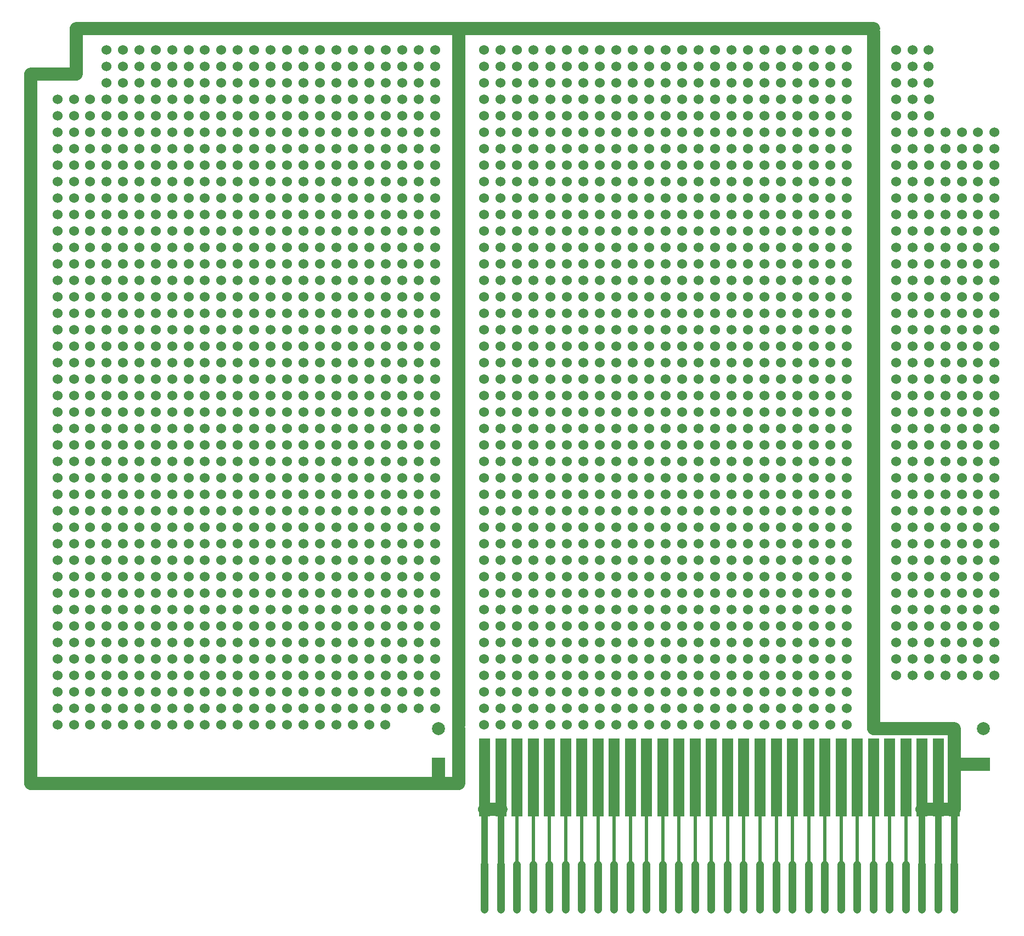
<source format=gbl>
G75*
%MOIN*%
%OFA0B0*%
%FSLAX25Y25*%
%IPPOS*%
%LPD*%
%AMOC8*
5,1,8,0,0,1.08239X$1,22.5*
%
%ADD10C,0.04724*%
%ADD11C,0.03937*%
%ADD12C,0.01969*%
%ADD13R,0.06693X0.47244*%
%ADD14C,0.07874*%
%ADD15R,0.07874X0.07874*%
%ADD16C,0.07874*%
%ADD17C,0.06000*%
D10*
X0294701Y0010906D02*
X0294701Y0038465D01*
X0304543Y0038465D02*
X0304543Y0010906D01*
X0314386Y0010906D02*
X0314386Y0038465D01*
X0324228Y0038465D02*
X0324228Y0010906D01*
X0334071Y0010906D02*
X0334071Y0038465D01*
X0343913Y0038465D02*
X0343913Y0010906D01*
X0353756Y0010906D02*
X0353756Y0038465D01*
X0363598Y0038465D02*
X0363598Y0010906D01*
X0373441Y0010906D02*
X0373441Y0038465D01*
X0383283Y0038465D02*
X0383283Y0010906D01*
X0393126Y0010906D02*
X0393126Y0038465D01*
X0402969Y0038465D02*
X0402969Y0010906D01*
X0412811Y0010906D02*
X0412811Y0038465D01*
X0422654Y0038465D02*
X0422654Y0010906D01*
X0432496Y0010906D02*
X0432496Y0038465D01*
X0442339Y0038465D02*
X0442339Y0010906D01*
X0452181Y0010906D02*
X0452181Y0038465D01*
X0462024Y0038465D02*
X0462024Y0010906D01*
X0471866Y0010906D02*
X0471866Y0038465D01*
X0481709Y0038465D02*
X0481709Y0010906D01*
X0491551Y0010906D02*
X0491551Y0038465D01*
X0501394Y0038465D02*
X0501394Y0010906D01*
X0511236Y0010906D02*
X0511236Y0038465D01*
X0521079Y0038465D02*
X0521079Y0010906D01*
X0530921Y0010906D02*
X0530921Y0038465D01*
X0540764Y0038465D02*
X0540764Y0010906D01*
X0550606Y0010906D02*
X0550606Y0038465D01*
X0560449Y0038465D02*
X0560449Y0010906D01*
X0570291Y0010906D02*
X0570291Y0038465D01*
X0580134Y0038465D02*
X0580134Y0010906D01*
D11*
X0580134Y0038465D02*
X0580134Y0068386D01*
X0570291Y0068386D02*
X0570291Y0038465D01*
X0560449Y0038465D02*
X0560449Y0069567D01*
X0304543Y0069173D02*
X0304543Y0038465D01*
X0294701Y0039252D02*
X0294701Y0069173D01*
D12*
X0314386Y0069567D02*
X0314386Y0039252D01*
X0324228Y0038465D02*
X0324228Y0069567D01*
X0334071Y0069567D02*
X0334071Y0038465D01*
X0343913Y0038858D02*
X0343913Y0069567D01*
X0353756Y0069567D02*
X0353756Y0039252D01*
X0363598Y0038465D02*
X0363598Y0069567D01*
X0373441Y0069567D02*
X0373441Y0039646D01*
X0383283Y0040039D02*
X0383283Y0069567D01*
X0393126Y0069567D02*
X0393126Y0038858D01*
X0402969Y0038465D02*
X0402969Y0069567D01*
X0412811Y0069567D02*
X0412811Y0038465D01*
X0422654Y0038465D02*
X0422654Y0069567D01*
X0432496Y0069567D02*
X0432496Y0038465D01*
X0442339Y0038465D02*
X0442339Y0069567D01*
X0452181Y0069567D02*
X0452181Y0038465D01*
X0462024Y0038465D02*
X0462024Y0069567D01*
X0471866Y0069567D02*
X0471866Y0038465D01*
X0481709Y0038465D02*
X0481709Y0069567D01*
X0491551Y0069567D02*
X0491551Y0038465D01*
X0501394Y0038858D02*
X0501394Y0069567D01*
X0511236Y0069567D02*
X0511236Y0038465D01*
X0521079Y0038858D02*
X0521079Y0069567D01*
X0530921Y0069567D02*
X0530921Y0038465D01*
X0540764Y0038465D02*
X0540764Y0069567D01*
X0550606Y0069567D02*
X0550606Y0038858D01*
D13*
X0550606Y0091220D03*
X0540764Y0091220D03*
X0530921Y0091220D03*
X0521079Y0091220D03*
X0511236Y0091220D03*
X0501394Y0091220D03*
X0491551Y0091220D03*
X0481709Y0091220D03*
X0471866Y0091220D03*
X0462024Y0091220D03*
X0452181Y0091220D03*
X0442339Y0091220D03*
X0432496Y0091220D03*
X0422654Y0091220D03*
X0412811Y0091220D03*
X0402969Y0091220D03*
X0393126Y0091220D03*
X0383283Y0091220D03*
X0373441Y0091220D03*
X0363598Y0091220D03*
X0353756Y0091220D03*
X0343913Y0091220D03*
X0334071Y0091220D03*
X0324228Y0091220D03*
X0314386Y0091220D03*
X0304543Y0091220D03*
X0294701Y0091220D03*
X0560449Y0091220D03*
X0570291Y0091220D03*
X0580134Y0091220D03*
D14*
X0266827Y0087677D02*
X0019110Y0087677D01*
X0019110Y0518780D01*
X0046669Y0518780D01*
X0046669Y0546339D01*
X0530921Y0546339D01*
X0530921Y0544370D02*
X0530921Y0121142D01*
X0580134Y0121142D01*
X0580134Y0099488D01*
X0597850Y0099488D01*
X0580134Y0099488D02*
X0580134Y0071929D01*
X0560449Y0071929D01*
X0304543Y0071929D02*
X0294701Y0071929D01*
X0278953Y0087677D02*
X0278953Y0121142D01*
X0278953Y0123110D02*
X0278953Y0546339D01*
X0266827Y0099488D02*
X0266827Y0087677D01*
X0267142Y0087677D02*
X0278953Y0087677D01*
D15*
X0266827Y0099488D03*
X0597850Y0099488D03*
D16*
X0597850Y0121142D03*
X0266827Y0121142D03*
D17*
X0264780Y0133228D03*
X0254780Y0133228D03*
X0254780Y0143228D03*
X0264780Y0143228D03*
X0264780Y0153228D03*
X0264780Y0163228D03*
X0254780Y0163228D03*
X0254780Y0153228D03*
X0244780Y0153228D03*
X0244780Y0163228D03*
X0244780Y0173228D03*
X0254780Y0173228D03*
X0264780Y0173228D03*
X0264780Y0183228D03*
X0254780Y0183228D03*
X0254780Y0193228D03*
X0264780Y0193228D03*
X0264780Y0203228D03*
X0254780Y0203228D03*
X0254780Y0213228D03*
X0264780Y0213228D03*
X0264780Y0223228D03*
X0254780Y0223228D03*
X0254780Y0233228D03*
X0264780Y0233228D03*
X0264780Y0243228D03*
X0264780Y0253228D03*
X0254780Y0253228D03*
X0254780Y0243228D03*
X0244780Y0243228D03*
X0244780Y0253228D03*
X0244780Y0263228D03*
X0254780Y0263228D03*
X0264780Y0263228D03*
X0264780Y0273228D03*
X0254780Y0273228D03*
X0254780Y0283228D03*
X0264780Y0283228D03*
X0264780Y0293228D03*
X0254780Y0293228D03*
X0254780Y0303228D03*
X0264780Y0303228D03*
X0264780Y0313228D03*
X0254780Y0313228D03*
X0254780Y0323228D03*
X0264780Y0323228D03*
X0264780Y0333228D03*
X0254780Y0333228D03*
X0254780Y0343228D03*
X0264780Y0343228D03*
X0264780Y0353228D03*
X0254780Y0353228D03*
X0254780Y0363228D03*
X0264780Y0363228D03*
X0264780Y0373228D03*
X0264780Y0383228D03*
X0254780Y0383228D03*
X0254780Y0373228D03*
X0244780Y0373228D03*
X0244780Y0383228D03*
X0244780Y0393228D03*
X0254780Y0393228D03*
X0264780Y0393228D03*
X0264780Y0403228D03*
X0254780Y0403228D03*
X0254780Y0413228D03*
X0264780Y0413228D03*
X0264780Y0423228D03*
X0254780Y0423228D03*
X0254780Y0433228D03*
X0264780Y0433228D03*
X0264780Y0443228D03*
X0254780Y0443228D03*
X0254780Y0453228D03*
X0264780Y0453228D03*
X0264780Y0463228D03*
X0254780Y0463228D03*
X0254780Y0473228D03*
X0264780Y0473228D03*
X0264780Y0483228D03*
X0254780Y0483228D03*
X0254780Y0493228D03*
X0264780Y0493228D03*
X0264780Y0503228D03*
X0254780Y0503228D03*
X0254780Y0513228D03*
X0264780Y0513228D03*
X0264780Y0523228D03*
X0254780Y0523228D03*
X0254780Y0533228D03*
X0264780Y0533228D03*
X0244780Y0533228D03*
X0244780Y0523228D03*
X0244780Y0513228D03*
X0244780Y0503228D03*
X0244780Y0493228D03*
X0244780Y0483228D03*
X0244780Y0473228D03*
X0244780Y0463228D03*
X0244780Y0453228D03*
X0244780Y0443228D03*
X0244780Y0433228D03*
X0244780Y0423228D03*
X0244780Y0413228D03*
X0244780Y0403228D03*
X0234780Y0403228D03*
X0224780Y0403228D03*
X0224780Y0393228D03*
X0234780Y0393228D03*
X0234780Y0383228D03*
X0234780Y0373228D03*
X0224780Y0373228D03*
X0224780Y0383228D03*
X0214780Y0383228D03*
X0214780Y0373228D03*
X0204780Y0373228D03*
X0204780Y0383228D03*
X0204780Y0393228D03*
X0214780Y0393228D03*
X0214780Y0403228D03*
X0204780Y0403228D03*
X0204780Y0413228D03*
X0214780Y0413228D03*
X0214780Y0423228D03*
X0204780Y0423228D03*
X0204780Y0433228D03*
X0214780Y0433228D03*
X0224780Y0433228D03*
X0234780Y0433228D03*
X0234780Y0423228D03*
X0234780Y0413228D03*
X0224780Y0413228D03*
X0224780Y0423228D03*
X0224780Y0443228D03*
X0234780Y0443228D03*
X0234780Y0453228D03*
X0234780Y0463228D03*
X0224780Y0463228D03*
X0224780Y0453228D03*
X0214780Y0453228D03*
X0214780Y0463228D03*
X0204780Y0463228D03*
X0204780Y0453228D03*
X0204780Y0443228D03*
X0214780Y0443228D03*
X0194780Y0443228D03*
X0194780Y0433228D03*
X0194780Y0423228D03*
X0194780Y0413228D03*
X0194780Y0403228D03*
X0194780Y0393228D03*
X0194780Y0383228D03*
X0194780Y0373228D03*
X0194780Y0363228D03*
X0204780Y0363228D03*
X0214780Y0363228D03*
X0224780Y0363228D03*
X0234780Y0363228D03*
X0244780Y0363228D03*
X0244780Y0353228D03*
X0244780Y0343228D03*
X0244780Y0333228D03*
X0244780Y0323228D03*
X0244780Y0313228D03*
X0244780Y0303228D03*
X0244780Y0293228D03*
X0244780Y0283228D03*
X0244780Y0273228D03*
X0234780Y0273228D03*
X0224780Y0273228D03*
X0224780Y0263228D03*
X0234780Y0263228D03*
X0234780Y0253228D03*
X0234780Y0243228D03*
X0224780Y0243228D03*
X0224780Y0253228D03*
X0214780Y0253228D03*
X0214780Y0243228D03*
X0204780Y0243228D03*
X0204780Y0253228D03*
X0204780Y0263228D03*
X0214780Y0263228D03*
X0214780Y0273228D03*
X0204780Y0273228D03*
X0204780Y0283228D03*
X0214780Y0283228D03*
X0214780Y0293228D03*
X0204780Y0293228D03*
X0204780Y0303228D03*
X0214780Y0303228D03*
X0224780Y0303228D03*
X0234780Y0303228D03*
X0234780Y0293228D03*
X0234780Y0283228D03*
X0224780Y0283228D03*
X0224780Y0293228D03*
X0224780Y0313228D03*
X0234780Y0313228D03*
X0234780Y0323228D03*
X0234780Y0333228D03*
X0224780Y0333228D03*
X0224780Y0323228D03*
X0214780Y0323228D03*
X0214780Y0333228D03*
X0204780Y0333228D03*
X0204780Y0323228D03*
X0204780Y0313228D03*
X0214780Y0313228D03*
X0194780Y0313228D03*
X0194780Y0303228D03*
X0194780Y0293228D03*
X0194780Y0283228D03*
X0194780Y0273228D03*
X0194780Y0263228D03*
X0194780Y0253228D03*
X0194780Y0243228D03*
X0194780Y0233228D03*
X0204780Y0233228D03*
X0214780Y0233228D03*
X0224780Y0233228D03*
X0234780Y0233228D03*
X0244780Y0233228D03*
X0244780Y0223228D03*
X0244780Y0213228D03*
X0244780Y0203228D03*
X0244780Y0193228D03*
X0244780Y0183228D03*
X0234780Y0183228D03*
X0224780Y0183228D03*
X0224780Y0173228D03*
X0234780Y0173228D03*
X0234780Y0163228D03*
X0234780Y0153228D03*
X0224780Y0153228D03*
X0224780Y0163228D03*
X0214780Y0163228D03*
X0214780Y0153228D03*
X0204780Y0153228D03*
X0204780Y0163228D03*
X0204780Y0173228D03*
X0214780Y0173228D03*
X0214780Y0183228D03*
X0204780Y0183228D03*
X0204780Y0193228D03*
X0214780Y0193228D03*
X0214780Y0203228D03*
X0204780Y0203228D03*
X0204780Y0213228D03*
X0214780Y0213228D03*
X0224780Y0213228D03*
X0234780Y0213228D03*
X0234780Y0203228D03*
X0234780Y0193228D03*
X0224780Y0193228D03*
X0224780Y0203228D03*
X0224780Y0223228D03*
X0234780Y0223228D03*
X0214780Y0223228D03*
X0204780Y0223228D03*
X0194780Y0223228D03*
X0194780Y0213228D03*
X0194780Y0203228D03*
X0194780Y0193228D03*
X0194780Y0183228D03*
X0194780Y0173228D03*
X0194780Y0163228D03*
X0194780Y0153228D03*
X0194780Y0143228D03*
X0204780Y0143228D03*
X0214780Y0143228D03*
X0224780Y0143228D03*
X0234780Y0143228D03*
X0244780Y0143228D03*
X0244780Y0133228D03*
X0234780Y0133228D03*
X0224780Y0133228D03*
X0214780Y0133228D03*
X0204780Y0133228D03*
X0204780Y0123228D03*
X0214780Y0123228D03*
X0224622Y0123228D03*
X0234465Y0123228D03*
X0194780Y0123228D03*
X0194780Y0133228D03*
X0184780Y0133228D03*
X0174780Y0133228D03*
X0174780Y0123228D03*
X0184780Y0123228D03*
X0164780Y0123228D03*
X0154780Y0123228D03*
X0154780Y0133228D03*
X0164780Y0133228D03*
X0164780Y0143228D03*
X0154780Y0143228D03*
X0154780Y0153228D03*
X0164780Y0153228D03*
X0164780Y0163228D03*
X0154780Y0163228D03*
X0154780Y0173228D03*
X0164780Y0173228D03*
X0174780Y0173228D03*
X0184780Y0173228D03*
X0184780Y0163228D03*
X0184780Y0153228D03*
X0174780Y0153228D03*
X0174780Y0163228D03*
X0174780Y0143228D03*
X0184780Y0143228D03*
X0144780Y0143228D03*
X0144780Y0133228D03*
X0144780Y0123228D03*
X0134780Y0123228D03*
X0124780Y0123228D03*
X0114898Y0123228D03*
X0114898Y0133228D03*
X0124780Y0133228D03*
X0134780Y0133228D03*
X0134780Y0143228D03*
X0124780Y0143228D03*
X0114898Y0143228D03*
X0114898Y0153228D03*
X0114898Y0163228D03*
X0124780Y0163228D03*
X0134780Y0163228D03*
X0134780Y0153228D03*
X0124780Y0153228D03*
X0144780Y0153228D03*
X0144780Y0163228D03*
X0144780Y0173228D03*
X0144780Y0183228D03*
X0154780Y0183228D03*
X0164780Y0183228D03*
X0174780Y0183228D03*
X0184780Y0183228D03*
X0184780Y0193228D03*
X0184780Y0203228D03*
X0174780Y0203228D03*
X0174780Y0193228D03*
X0164780Y0193228D03*
X0164780Y0203228D03*
X0154780Y0203228D03*
X0154780Y0193228D03*
X0144780Y0193228D03*
X0144780Y0203228D03*
X0144780Y0213228D03*
X0154780Y0213228D03*
X0164780Y0213228D03*
X0174780Y0213228D03*
X0184780Y0213228D03*
X0184780Y0223228D03*
X0174780Y0223228D03*
X0174780Y0233228D03*
X0184780Y0233228D03*
X0184780Y0243228D03*
X0184780Y0253228D03*
X0174780Y0253228D03*
X0174780Y0243228D03*
X0164780Y0243228D03*
X0164780Y0253228D03*
X0154780Y0253228D03*
X0154780Y0243228D03*
X0154780Y0233228D03*
X0164780Y0233228D03*
X0164780Y0223228D03*
X0154780Y0223228D03*
X0144780Y0223228D03*
X0144780Y0233228D03*
X0144780Y0243228D03*
X0144780Y0253228D03*
X0144780Y0263228D03*
X0154780Y0263228D03*
X0164780Y0263228D03*
X0174780Y0263228D03*
X0184780Y0263228D03*
X0184780Y0273228D03*
X0174780Y0273228D03*
X0174780Y0283228D03*
X0184780Y0283228D03*
X0184780Y0293228D03*
X0174780Y0293228D03*
X0174780Y0303228D03*
X0184780Y0303228D03*
X0184780Y0313228D03*
X0174780Y0313228D03*
X0174780Y0323228D03*
X0184780Y0323228D03*
X0184780Y0333228D03*
X0174780Y0333228D03*
X0174780Y0343228D03*
X0184780Y0343228D03*
X0194780Y0343228D03*
X0204780Y0343228D03*
X0214780Y0343228D03*
X0224780Y0343228D03*
X0234780Y0343228D03*
X0234780Y0353228D03*
X0224780Y0353228D03*
X0214780Y0353228D03*
X0204780Y0353228D03*
X0194780Y0353228D03*
X0184780Y0353228D03*
X0174780Y0353228D03*
X0174780Y0363228D03*
X0184780Y0363228D03*
X0184780Y0373228D03*
X0184780Y0383228D03*
X0174780Y0383228D03*
X0174780Y0373228D03*
X0164780Y0373228D03*
X0164780Y0383228D03*
X0154780Y0383228D03*
X0154780Y0373228D03*
X0154780Y0363228D03*
X0164780Y0363228D03*
X0164780Y0353228D03*
X0154780Y0353228D03*
X0154780Y0343228D03*
X0164780Y0343228D03*
X0164780Y0333228D03*
X0164780Y0323228D03*
X0154780Y0323228D03*
X0154780Y0333228D03*
X0144780Y0333228D03*
X0144780Y0323228D03*
X0144780Y0313228D03*
X0154780Y0313228D03*
X0164780Y0313228D03*
X0164780Y0303228D03*
X0154780Y0303228D03*
X0154780Y0293228D03*
X0164780Y0293228D03*
X0164780Y0283228D03*
X0154780Y0283228D03*
X0154780Y0273228D03*
X0164780Y0273228D03*
X0144780Y0273228D03*
X0144780Y0283228D03*
X0144780Y0293228D03*
X0144780Y0303228D03*
X0134780Y0303228D03*
X0124780Y0303228D03*
X0114898Y0303228D03*
X0114898Y0293228D03*
X0114898Y0283228D03*
X0124780Y0283228D03*
X0134780Y0283228D03*
X0134780Y0293228D03*
X0124780Y0293228D03*
X0124780Y0273228D03*
X0134780Y0273228D03*
X0134780Y0263228D03*
X0124780Y0263228D03*
X0114898Y0263228D03*
X0114898Y0253228D03*
X0114898Y0243228D03*
X0124780Y0243228D03*
X0134780Y0243228D03*
X0134780Y0253228D03*
X0124780Y0253228D03*
X0124780Y0233228D03*
X0134780Y0233228D03*
X0134780Y0223228D03*
X0124780Y0223228D03*
X0114898Y0223228D03*
X0114898Y0213228D03*
X0124780Y0213228D03*
X0134780Y0213228D03*
X0134780Y0203228D03*
X0134780Y0193228D03*
X0124780Y0193228D03*
X0124780Y0203228D03*
X0114898Y0203228D03*
X0114898Y0193228D03*
X0114898Y0183228D03*
X0124780Y0183228D03*
X0134780Y0183228D03*
X0134780Y0173228D03*
X0124780Y0173228D03*
X0114898Y0173228D03*
X0104898Y0173228D03*
X0094898Y0173228D03*
X0094898Y0163228D03*
X0104898Y0163228D03*
X0104898Y0153228D03*
X0094898Y0153228D03*
X0094898Y0143228D03*
X0104898Y0143228D03*
X0104898Y0133228D03*
X0094898Y0133228D03*
X0094898Y0123228D03*
X0104898Y0123228D03*
X0084898Y0123228D03*
X0074898Y0123228D03*
X0074898Y0133228D03*
X0084898Y0133228D03*
X0084898Y0143228D03*
X0074898Y0143228D03*
X0074898Y0153228D03*
X0084898Y0153228D03*
X0084898Y0163228D03*
X0074898Y0163228D03*
X0074898Y0173228D03*
X0084898Y0173228D03*
X0084898Y0183228D03*
X0074898Y0183228D03*
X0074898Y0193228D03*
X0084898Y0193228D03*
X0084898Y0203228D03*
X0074898Y0203228D03*
X0074898Y0213228D03*
X0084898Y0213228D03*
X0094898Y0213228D03*
X0104898Y0213228D03*
X0104898Y0203228D03*
X0104898Y0193228D03*
X0094898Y0193228D03*
X0094898Y0203228D03*
X0094898Y0183228D03*
X0104898Y0183228D03*
X0064898Y0183228D03*
X0064898Y0173228D03*
X0064898Y0163228D03*
X0064898Y0153228D03*
X0064898Y0143228D03*
X0064898Y0133228D03*
X0064898Y0123228D03*
X0054898Y0123228D03*
X0045213Y0123228D03*
X0045213Y0133228D03*
X0054898Y0133228D03*
X0054898Y0143228D03*
X0045213Y0143228D03*
X0045213Y0153228D03*
X0054898Y0153228D03*
X0054898Y0163228D03*
X0045213Y0163228D03*
X0045213Y0173228D03*
X0054898Y0173228D03*
X0054898Y0183228D03*
X0045213Y0183228D03*
X0045213Y0193228D03*
X0054898Y0193228D03*
X0054898Y0203228D03*
X0045213Y0203228D03*
X0045213Y0213228D03*
X0054898Y0213228D03*
X0064898Y0213228D03*
X0064898Y0203228D03*
X0064898Y0193228D03*
X0035213Y0193228D03*
X0035213Y0203228D03*
X0035213Y0213228D03*
X0035213Y0223228D03*
X0045213Y0223228D03*
X0054898Y0223228D03*
X0064898Y0223228D03*
X0074898Y0223228D03*
X0084898Y0223228D03*
X0094898Y0223228D03*
X0104898Y0223228D03*
X0104898Y0233228D03*
X0094898Y0233228D03*
X0094898Y0243228D03*
X0104898Y0243228D03*
X0104898Y0253228D03*
X0094898Y0253228D03*
X0094898Y0263228D03*
X0104898Y0263228D03*
X0104898Y0273228D03*
X0094898Y0273228D03*
X0094898Y0283228D03*
X0104898Y0283228D03*
X0104898Y0293228D03*
X0094898Y0293228D03*
X0094898Y0303228D03*
X0104898Y0303228D03*
X0104898Y0313228D03*
X0094898Y0313228D03*
X0094898Y0323228D03*
X0104898Y0323228D03*
X0104898Y0333228D03*
X0094898Y0333228D03*
X0094898Y0343228D03*
X0104898Y0343228D03*
X0114898Y0343228D03*
X0124780Y0343228D03*
X0134780Y0343228D03*
X0144780Y0343228D03*
X0144780Y0353228D03*
X0144780Y0363228D03*
X0144780Y0373228D03*
X0144780Y0383228D03*
X0144780Y0393228D03*
X0154780Y0393228D03*
X0164780Y0393228D03*
X0174780Y0393228D03*
X0184780Y0393228D03*
X0184780Y0403228D03*
X0174780Y0403228D03*
X0174780Y0413228D03*
X0184780Y0413228D03*
X0184780Y0423228D03*
X0174780Y0423228D03*
X0174780Y0433228D03*
X0184780Y0433228D03*
X0184780Y0443228D03*
X0174780Y0443228D03*
X0174780Y0453228D03*
X0184780Y0453228D03*
X0184780Y0463228D03*
X0174780Y0463228D03*
X0174780Y0473228D03*
X0184780Y0473228D03*
X0194780Y0473228D03*
X0204780Y0473228D03*
X0214780Y0473228D03*
X0224780Y0473228D03*
X0234780Y0473228D03*
X0234780Y0483228D03*
X0224780Y0483228D03*
X0224780Y0493228D03*
X0234780Y0493228D03*
X0234780Y0503228D03*
X0224780Y0503228D03*
X0224780Y0513228D03*
X0234780Y0513228D03*
X0234780Y0523228D03*
X0224780Y0523228D03*
X0224780Y0533228D03*
X0234780Y0533228D03*
X0214780Y0533228D03*
X0204780Y0533228D03*
X0204780Y0523228D03*
X0214780Y0523228D03*
X0214780Y0513228D03*
X0204780Y0513228D03*
X0204780Y0503228D03*
X0214780Y0503228D03*
X0214780Y0493228D03*
X0204780Y0493228D03*
X0204780Y0483228D03*
X0214780Y0483228D03*
X0194780Y0483228D03*
X0194780Y0493228D03*
X0194780Y0503228D03*
X0194780Y0513228D03*
X0194780Y0523228D03*
X0194780Y0533228D03*
X0184780Y0533228D03*
X0174780Y0533228D03*
X0174780Y0523228D03*
X0184780Y0523228D03*
X0184780Y0513228D03*
X0174780Y0513228D03*
X0174780Y0503228D03*
X0184780Y0503228D03*
X0184780Y0493228D03*
X0174780Y0493228D03*
X0174780Y0483228D03*
X0184780Y0483228D03*
X0164780Y0483228D03*
X0154780Y0483228D03*
X0154780Y0473228D03*
X0164780Y0473228D03*
X0164780Y0463228D03*
X0164780Y0453228D03*
X0154780Y0453228D03*
X0154780Y0463228D03*
X0144780Y0463228D03*
X0144780Y0453228D03*
X0144780Y0443228D03*
X0154780Y0443228D03*
X0164780Y0443228D03*
X0164780Y0433228D03*
X0154780Y0433228D03*
X0154780Y0423228D03*
X0164780Y0423228D03*
X0164780Y0413228D03*
X0154780Y0413228D03*
X0154780Y0403228D03*
X0164780Y0403228D03*
X0144780Y0403228D03*
X0144780Y0413228D03*
X0144780Y0423228D03*
X0144780Y0433228D03*
X0134780Y0433228D03*
X0124780Y0433228D03*
X0114898Y0433228D03*
X0114898Y0423228D03*
X0114898Y0413228D03*
X0124780Y0413228D03*
X0134780Y0413228D03*
X0134780Y0423228D03*
X0124780Y0423228D03*
X0124780Y0403228D03*
X0134780Y0403228D03*
X0134780Y0393228D03*
X0124780Y0393228D03*
X0114898Y0393228D03*
X0114898Y0383228D03*
X0114898Y0373228D03*
X0124780Y0373228D03*
X0134780Y0373228D03*
X0134780Y0383228D03*
X0124780Y0383228D03*
X0124780Y0363228D03*
X0134780Y0363228D03*
X0134780Y0353228D03*
X0124780Y0353228D03*
X0114898Y0353228D03*
X0114898Y0363228D03*
X0104898Y0363228D03*
X0094898Y0363228D03*
X0094898Y0353228D03*
X0104898Y0353228D03*
X0084898Y0353228D03*
X0074898Y0353228D03*
X0074898Y0343228D03*
X0084898Y0343228D03*
X0084898Y0333228D03*
X0084898Y0323228D03*
X0074898Y0323228D03*
X0074898Y0333228D03*
X0064898Y0333228D03*
X0064898Y0323228D03*
X0064898Y0313228D03*
X0074898Y0313228D03*
X0084898Y0313228D03*
X0084898Y0303228D03*
X0074898Y0303228D03*
X0074898Y0293228D03*
X0084898Y0293228D03*
X0084898Y0283228D03*
X0074898Y0283228D03*
X0074898Y0273228D03*
X0084898Y0273228D03*
X0084898Y0263228D03*
X0074898Y0263228D03*
X0074898Y0253228D03*
X0084898Y0253228D03*
X0084898Y0243228D03*
X0074898Y0243228D03*
X0074898Y0233228D03*
X0084898Y0233228D03*
X0064898Y0233228D03*
X0064898Y0243228D03*
X0064898Y0253228D03*
X0064898Y0263228D03*
X0064898Y0273228D03*
X0064898Y0283228D03*
X0064898Y0293228D03*
X0064898Y0303228D03*
X0054898Y0303228D03*
X0045213Y0303228D03*
X0045213Y0293228D03*
X0054898Y0293228D03*
X0054898Y0283228D03*
X0045213Y0283228D03*
X0045213Y0273228D03*
X0054898Y0273228D03*
X0054898Y0263228D03*
X0045213Y0263228D03*
X0045213Y0253228D03*
X0054898Y0253228D03*
X0054898Y0243228D03*
X0045213Y0243228D03*
X0045213Y0233228D03*
X0054898Y0233228D03*
X0035213Y0233228D03*
X0035213Y0243228D03*
X0035213Y0253228D03*
X0035213Y0263228D03*
X0035213Y0273228D03*
X0035213Y0283228D03*
X0035213Y0293228D03*
X0035213Y0303228D03*
X0035213Y0313228D03*
X0045213Y0313228D03*
X0054898Y0313228D03*
X0054898Y0323228D03*
X0045213Y0323228D03*
X0045213Y0333228D03*
X0054898Y0333228D03*
X0054898Y0343228D03*
X0045213Y0343228D03*
X0045213Y0353228D03*
X0054898Y0353228D03*
X0064898Y0353228D03*
X0064898Y0343228D03*
X0064898Y0363228D03*
X0074898Y0363228D03*
X0084898Y0363228D03*
X0084898Y0373228D03*
X0084898Y0383228D03*
X0074898Y0383228D03*
X0074898Y0373228D03*
X0064898Y0373228D03*
X0064898Y0383228D03*
X0064898Y0393228D03*
X0074898Y0393228D03*
X0084898Y0393228D03*
X0094898Y0393228D03*
X0104898Y0393228D03*
X0104898Y0383228D03*
X0104898Y0373228D03*
X0094898Y0373228D03*
X0094898Y0383228D03*
X0094898Y0403228D03*
X0104898Y0403228D03*
X0114898Y0403228D03*
X0104898Y0413228D03*
X0104898Y0423228D03*
X0094898Y0423228D03*
X0094898Y0413228D03*
X0084898Y0413228D03*
X0084898Y0423228D03*
X0074898Y0423228D03*
X0074898Y0413228D03*
X0074898Y0403228D03*
X0084898Y0403228D03*
X0064898Y0403228D03*
X0064898Y0413228D03*
X0064898Y0423228D03*
X0064898Y0433228D03*
X0074898Y0433228D03*
X0084898Y0433228D03*
X0094898Y0433228D03*
X0104898Y0433228D03*
X0104898Y0443228D03*
X0094898Y0443228D03*
X0094898Y0453228D03*
X0104898Y0453228D03*
X0104898Y0463228D03*
X0094898Y0463228D03*
X0094898Y0473228D03*
X0104898Y0473228D03*
X0114898Y0473228D03*
X0124780Y0473228D03*
X0134780Y0473228D03*
X0144780Y0473228D03*
X0144780Y0483228D03*
X0144780Y0493228D03*
X0144780Y0503228D03*
X0154780Y0503228D03*
X0164780Y0503228D03*
X0164780Y0493228D03*
X0154780Y0493228D03*
X0154780Y0513228D03*
X0164780Y0513228D03*
X0164780Y0523228D03*
X0154780Y0523228D03*
X0154780Y0533228D03*
X0164780Y0533228D03*
X0144780Y0533228D03*
X0144780Y0523228D03*
X0144780Y0513228D03*
X0134780Y0513228D03*
X0124780Y0513228D03*
X0114898Y0513228D03*
X0114898Y0503228D03*
X0114898Y0493228D03*
X0124780Y0493228D03*
X0134780Y0493228D03*
X0134780Y0503228D03*
X0124780Y0503228D03*
X0124780Y0483228D03*
X0134780Y0483228D03*
X0114898Y0483228D03*
X0104898Y0483228D03*
X0094898Y0483228D03*
X0094898Y0493228D03*
X0104898Y0493228D03*
X0104898Y0503228D03*
X0094898Y0503228D03*
X0094898Y0513228D03*
X0104898Y0513228D03*
X0104898Y0523228D03*
X0094898Y0523228D03*
X0094898Y0533228D03*
X0104898Y0533228D03*
X0114898Y0533228D03*
X0124780Y0533228D03*
X0134780Y0533228D03*
X0134780Y0523228D03*
X0124780Y0523228D03*
X0114898Y0523228D03*
X0084898Y0523228D03*
X0074898Y0523228D03*
X0074898Y0513228D03*
X0084898Y0513228D03*
X0084898Y0503228D03*
X0084898Y0493228D03*
X0074898Y0493228D03*
X0074898Y0503228D03*
X0064898Y0503228D03*
X0064898Y0493228D03*
X0064898Y0483228D03*
X0074898Y0483228D03*
X0084898Y0483228D03*
X0084898Y0473228D03*
X0074898Y0473228D03*
X0074898Y0463228D03*
X0084898Y0463228D03*
X0084898Y0453228D03*
X0074898Y0453228D03*
X0074898Y0443228D03*
X0084898Y0443228D03*
X0064898Y0443228D03*
X0064898Y0453228D03*
X0064898Y0463228D03*
X0064898Y0473228D03*
X0054898Y0473228D03*
X0045213Y0473228D03*
X0045213Y0463228D03*
X0054898Y0463228D03*
X0054898Y0453228D03*
X0045213Y0453228D03*
X0045213Y0443228D03*
X0054898Y0443228D03*
X0054898Y0433228D03*
X0045213Y0433228D03*
X0045213Y0423228D03*
X0054898Y0423228D03*
X0054898Y0413228D03*
X0045213Y0413228D03*
X0045213Y0403228D03*
X0054898Y0403228D03*
X0054898Y0393228D03*
X0045213Y0393228D03*
X0045213Y0383228D03*
X0054898Y0383228D03*
X0054898Y0373228D03*
X0045213Y0373228D03*
X0045213Y0363228D03*
X0054898Y0363228D03*
X0035213Y0363228D03*
X0035213Y0353228D03*
X0035213Y0343228D03*
X0035213Y0333228D03*
X0035213Y0323228D03*
X0035213Y0373228D03*
X0035213Y0383228D03*
X0035213Y0393228D03*
X0035213Y0403228D03*
X0035213Y0413228D03*
X0035213Y0423228D03*
X0035213Y0433228D03*
X0035213Y0443228D03*
X0035213Y0453228D03*
X0035213Y0463228D03*
X0035213Y0473228D03*
X0035213Y0483228D03*
X0045213Y0483228D03*
X0054898Y0483228D03*
X0054898Y0493228D03*
X0045213Y0493228D03*
X0045213Y0503228D03*
X0054898Y0503228D03*
X0064898Y0513228D03*
X0064898Y0523228D03*
X0064898Y0533228D03*
X0074898Y0533228D03*
X0084898Y0533228D03*
X0035213Y0503228D03*
X0035213Y0493228D03*
X0114898Y0463228D03*
X0114898Y0453228D03*
X0124780Y0453228D03*
X0134780Y0453228D03*
X0134780Y0463228D03*
X0124780Y0463228D03*
X0124780Y0443228D03*
X0134780Y0443228D03*
X0114898Y0443228D03*
X0194780Y0453228D03*
X0194780Y0463228D03*
X0294425Y0463228D03*
X0294425Y0453228D03*
X0294425Y0443228D03*
X0294425Y0433228D03*
X0294425Y0423228D03*
X0294425Y0413228D03*
X0294425Y0403228D03*
X0294425Y0393228D03*
X0294425Y0383228D03*
X0294425Y0373228D03*
X0294425Y0363228D03*
X0294425Y0353228D03*
X0294425Y0343228D03*
X0294425Y0333228D03*
X0294425Y0323228D03*
X0294425Y0313228D03*
X0294425Y0303228D03*
X0294425Y0293228D03*
X0294425Y0283228D03*
X0294425Y0273228D03*
X0294425Y0263228D03*
X0294425Y0253228D03*
X0294425Y0243228D03*
X0294425Y0233228D03*
X0294425Y0223228D03*
X0294425Y0213228D03*
X0294425Y0203228D03*
X0294425Y0193228D03*
X0294425Y0183228D03*
X0294425Y0173228D03*
X0294425Y0163228D03*
X0294425Y0153228D03*
X0294425Y0143228D03*
X0294425Y0133228D03*
X0294425Y0123386D03*
X0304425Y0123386D03*
X0314425Y0123386D03*
X0314425Y0133228D03*
X0304425Y0133228D03*
X0304425Y0143228D03*
X0314425Y0143228D03*
X0324425Y0143228D03*
X0324425Y0133228D03*
X0324425Y0123386D03*
X0334780Y0123386D03*
X0344780Y0123386D03*
X0344780Y0133228D03*
X0334780Y0133228D03*
X0334780Y0143228D03*
X0344780Y0143228D03*
X0354780Y0143228D03*
X0364780Y0143228D03*
X0374780Y0143228D03*
X0384780Y0143228D03*
X0394780Y0143228D03*
X0404780Y0143228D03*
X0414780Y0143228D03*
X0424780Y0143228D03*
X0434780Y0143228D03*
X0444780Y0143228D03*
X0454780Y0143228D03*
X0464780Y0143228D03*
X0474780Y0143228D03*
X0484780Y0143228D03*
X0494780Y0143228D03*
X0504780Y0143228D03*
X0514780Y0143228D03*
X0514780Y0133228D03*
X0514780Y0123386D03*
X0504780Y0123386D03*
X0504780Y0133228D03*
X0494780Y0133228D03*
X0484780Y0133228D03*
X0484780Y0123386D03*
X0494780Y0123386D03*
X0474780Y0123386D03*
X0464780Y0123386D03*
X0464780Y0133228D03*
X0474780Y0133228D03*
X0454780Y0133228D03*
X0454780Y0123386D03*
X0444780Y0123386D03*
X0434780Y0123386D03*
X0434780Y0133228D03*
X0444780Y0133228D03*
X0424780Y0133228D03*
X0414780Y0133228D03*
X0414780Y0123386D03*
X0424780Y0123386D03*
X0404780Y0123386D03*
X0404780Y0133228D03*
X0394780Y0133228D03*
X0384780Y0133228D03*
X0384780Y0123386D03*
X0394780Y0123386D03*
X0374780Y0123386D03*
X0374780Y0133228D03*
X0364780Y0133228D03*
X0354780Y0133228D03*
X0354780Y0123386D03*
X0364780Y0123386D03*
X0364780Y0153228D03*
X0364780Y0163228D03*
X0354780Y0163228D03*
X0354780Y0153228D03*
X0344780Y0153228D03*
X0344780Y0163228D03*
X0334780Y0163228D03*
X0334780Y0153228D03*
X0324425Y0153228D03*
X0324425Y0163228D03*
X0314425Y0163228D03*
X0314425Y0153228D03*
X0304425Y0153228D03*
X0304425Y0163228D03*
X0304425Y0173228D03*
X0314425Y0173228D03*
X0324425Y0173228D03*
X0324425Y0183228D03*
X0314425Y0183228D03*
X0304425Y0183228D03*
X0304425Y0193228D03*
X0314425Y0193228D03*
X0314425Y0203228D03*
X0304425Y0203228D03*
X0304425Y0213228D03*
X0314425Y0213228D03*
X0324425Y0213228D03*
X0324425Y0203228D03*
X0324425Y0193228D03*
X0334780Y0193228D03*
X0344780Y0193228D03*
X0344780Y0203228D03*
X0334780Y0203228D03*
X0334780Y0213228D03*
X0344780Y0213228D03*
X0354780Y0213228D03*
X0364780Y0213228D03*
X0374780Y0213228D03*
X0384780Y0213228D03*
X0394780Y0213228D03*
X0404780Y0213228D03*
X0414780Y0213228D03*
X0424780Y0213228D03*
X0434780Y0213228D03*
X0444780Y0213228D03*
X0454780Y0213228D03*
X0464780Y0213228D03*
X0474780Y0213228D03*
X0484780Y0213228D03*
X0494780Y0213228D03*
X0504780Y0213228D03*
X0514780Y0213228D03*
X0514780Y0203228D03*
X0514780Y0193228D03*
X0514780Y0183228D03*
X0514780Y0173228D03*
X0514780Y0163228D03*
X0514780Y0153228D03*
X0504780Y0153228D03*
X0504780Y0163228D03*
X0504780Y0173228D03*
X0504780Y0183228D03*
X0504780Y0193228D03*
X0504780Y0203228D03*
X0494780Y0203228D03*
X0494780Y0193228D03*
X0484780Y0193228D03*
X0484780Y0203228D03*
X0474780Y0203228D03*
X0474780Y0193228D03*
X0464780Y0193228D03*
X0464780Y0203228D03*
X0454780Y0203228D03*
X0454780Y0193228D03*
X0454780Y0183228D03*
X0464780Y0183228D03*
X0474780Y0183228D03*
X0484780Y0183228D03*
X0494780Y0183228D03*
X0494780Y0173228D03*
X0484780Y0173228D03*
X0484780Y0163228D03*
X0494780Y0163228D03*
X0494780Y0153228D03*
X0484780Y0153228D03*
X0474780Y0153228D03*
X0474780Y0163228D03*
X0464780Y0163228D03*
X0464780Y0153228D03*
X0454780Y0153228D03*
X0454780Y0163228D03*
X0454780Y0173228D03*
X0464780Y0173228D03*
X0474780Y0173228D03*
X0444780Y0173228D03*
X0434780Y0173228D03*
X0434780Y0163228D03*
X0444780Y0163228D03*
X0444780Y0153228D03*
X0434780Y0153228D03*
X0424780Y0153228D03*
X0424780Y0163228D03*
X0414780Y0163228D03*
X0414780Y0153228D03*
X0404780Y0153228D03*
X0404780Y0163228D03*
X0404780Y0173228D03*
X0414780Y0173228D03*
X0424780Y0173228D03*
X0424780Y0183228D03*
X0414780Y0183228D03*
X0414780Y0193228D03*
X0424780Y0193228D03*
X0424780Y0203228D03*
X0414780Y0203228D03*
X0404780Y0203228D03*
X0404780Y0193228D03*
X0404780Y0183228D03*
X0394780Y0183228D03*
X0384780Y0183228D03*
X0384780Y0173228D03*
X0394780Y0173228D03*
X0394780Y0163228D03*
X0394780Y0153228D03*
X0384780Y0153228D03*
X0384780Y0163228D03*
X0374780Y0163228D03*
X0374780Y0153228D03*
X0374780Y0173228D03*
X0374780Y0183228D03*
X0374780Y0193228D03*
X0374780Y0203228D03*
X0384780Y0203228D03*
X0394780Y0203228D03*
X0394780Y0193228D03*
X0384780Y0193228D03*
X0364780Y0193228D03*
X0364780Y0203228D03*
X0354780Y0203228D03*
X0354780Y0193228D03*
X0354780Y0183228D03*
X0364780Y0183228D03*
X0364780Y0173228D03*
X0354780Y0173228D03*
X0344780Y0173228D03*
X0334780Y0173228D03*
X0334780Y0183228D03*
X0344780Y0183228D03*
X0344780Y0223228D03*
X0334780Y0223228D03*
X0334780Y0233228D03*
X0344780Y0233228D03*
X0354780Y0233228D03*
X0364780Y0233228D03*
X0374780Y0233228D03*
X0384780Y0233228D03*
X0394780Y0233228D03*
X0404780Y0233228D03*
X0414780Y0233228D03*
X0424780Y0233228D03*
X0434780Y0233228D03*
X0444780Y0233228D03*
X0454780Y0233228D03*
X0464780Y0233228D03*
X0474780Y0233228D03*
X0484780Y0233228D03*
X0494780Y0233228D03*
X0504780Y0233228D03*
X0514780Y0233228D03*
X0514780Y0223228D03*
X0504780Y0223228D03*
X0494780Y0223228D03*
X0484780Y0223228D03*
X0474780Y0223228D03*
X0464780Y0223228D03*
X0454780Y0223228D03*
X0444780Y0223228D03*
X0434780Y0223228D03*
X0424780Y0223228D03*
X0414780Y0223228D03*
X0404780Y0223228D03*
X0394780Y0223228D03*
X0384780Y0223228D03*
X0374780Y0223228D03*
X0364780Y0223228D03*
X0354780Y0223228D03*
X0354780Y0243228D03*
X0364780Y0243228D03*
X0364780Y0253228D03*
X0354780Y0253228D03*
X0354780Y0263228D03*
X0364780Y0263228D03*
X0374780Y0263228D03*
X0384780Y0263228D03*
X0394780Y0263228D03*
X0404780Y0263228D03*
X0414780Y0263228D03*
X0424780Y0263228D03*
X0434780Y0263228D03*
X0444780Y0263228D03*
X0454780Y0263228D03*
X0464780Y0263228D03*
X0474780Y0263228D03*
X0484780Y0263228D03*
X0494780Y0263228D03*
X0504780Y0263228D03*
X0514780Y0263228D03*
X0514780Y0253228D03*
X0514780Y0243228D03*
X0504780Y0243228D03*
X0504780Y0253228D03*
X0494780Y0253228D03*
X0494780Y0243228D03*
X0484780Y0243228D03*
X0484780Y0253228D03*
X0474780Y0253228D03*
X0474780Y0243228D03*
X0464780Y0243228D03*
X0464780Y0253228D03*
X0454780Y0253228D03*
X0454780Y0243228D03*
X0444780Y0243228D03*
X0444780Y0253228D03*
X0434780Y0253228D03*
X0434780Y0243228D03*
X0424780Y0243228D03*
X0424780Y0253228D03*
X0414780Y0253228D03*
X0414780Y0243228D03*
X0404780Y0243228D03*
X0404780Y0253228D03*
X0394780Y0253228D03*
X0394780Y0243228D03*
X0384780Y0243228D03*
X0384780Y0253228D03*
X0374780Y0253228D03*
X0374780Y0243228D03*
X0374780Y0273228D03*
X0384780Y0273228D03*
X0394780Y0273228D03*
X0404780Y0273228D03*
X0414780Y0273228D03*
X0424780Y0273228D03*
X0434780Y0273228D03*
X0444780Y0273228D03*
X0454780Y0273228D03*
X0464780Y0273228D03*
X0474780Y0273228D03*
X0484780Y0273228D03*
X0494780Y0273228D03*
X0504780Y0273228D03*
X0514780Y0273228D03*
X0514780Y0283228D03*
X0514780Y0293228D03*
X0514780Y0303228D03*
X0514780Y0313228D03*
X0514780Y0323228D03*
X0514780Y0333228D03*
X0514780Y0343228D03*
X0514780Y0353228D03*
X0514780Y0363228D03*
X0514780Y0373228D03*
X0514780Y0383228D03*
X0514780Y0393228D03*
X0514780Y0403228D03*
X0514780Y0413228D03*
X0514780Y0423228D03*
X0514780Y0433228D03*
X0514780Y0443228D03*
X0514780Y0453228D03*
X0514780Y0463228D03*
X0514780Y0473228D03*
X0514780Y0483228D03*
X0514780Y0493228D03*
X0514780Y0503228D03*
X0514780Y0513228D03*
X0514780Y0523228D03*
X0514780Y0533228D03*
X0504780Y0533228D03*
X0504780Y0523228D03*
X0504780Y0513228D03*
X0504780Y0503228D03*
X0504780Y0493228D03*
X0504780Y0483228D03*
X0504780Y0473228D03*
X0504780Y0463228D03*
X0504780Y0453228D03*
X0504780Y0443228D03*
X0504780Y0433228D03*
X0504780Y0423228D03*
X0504780Y0413228D03*
X0504780Y0403228D03*
X0504780Y0393228D03*
X0504780Y0383228D03*
X0504780Y0373228D03*
X0504780Y0363228D03*
X0504780Y0353228D03*
X0504780Y0343228D03*
X0504780Y0333228D03*
X0504780Y0323228D03*
X0504780Y0313228D03*
X0504780Y0303228D03*
X0504780Y0293228D03*
X0504780Y0283228D03*
X0494780Y0283228D03*
X0494780Y0293228D03*
X0484780Y0293228D03*
X0484780Y0283228D03*
X0474780Y0283228D03*
X0474780Y0293228D03*
X0464780Y0293228D03*
X0464780Y0283228D03*
X0454780Y0283228D03*
X0454780Y0293228D03*
X0454780Y0303228D03*
X0464780Y0303228D03*
X0474780Y0303228D03*
X0484780Y0303228D03*
X0494780Y0303228D03*
X0494780Y0313228D03*
X0484780Y0313228D03*
X0484780Y0323228D03*
X0494780Y0323228D03*
X0494780Y0333228D03*
X0484780Y0333228D03*
X0484780Y0343228D03*
X0494780Y0343228D03*
X0494780Y0353228D03*
X0484780Y0353228D03*
X0484780Y0363228D03*
X0494780Y0363228D03*
X0494780Y0373228D03*
X0494780Y0383228D03*
X0484780Y0383228D03*
X0484780Y0373228D03*
X0474780Y0373228D03*
X0474780Y0383228D03*
X0464780Y0383228D03*
X0464780Y0373228D03*
X0464780Y0363228D03*
X0474780Y0363228D03*
X0474780Y0353228D03*
X0464780Y0353228D03*
X0464780Y0343228D03*
X0474780Y0343228D03*
X0474780Y0333228D03*
X0474780Y0323228D03*
X0464780Y0323228D03*
X0464780Y0333228D03*
X0454780Y0333228D03*
X0454780Y0323228D03*
X0454780Y0313228D03*
X0464780Y0313228D03*
X0474780Y0313228D03*
X0444780Y0313228D03*
X0434780Y0313228D03*
X0434780Y0303228D03*
X0444780Y0303228D03*
X0444780Y0293228D03*
X0444780Y0283228D03*
X0434780Y0283228D03*
X0434780Y0293228D03*
X0424780Y0293228D03*
X0424780Y0283228D03*
X0414780Y0283228D03*
X0414780Y0293228D03*
X0414780Y0303228D03*
X0424780Y0303228D03*
X0424780Y0313228D03*
X0414780Y0313228D03*
X0414780Y0323228D03*
X0424780Y0323228D03*
X0424780Y0333228D03*
X0414780Y0333228D03*
X0414780Y0343228D03*
X0424780Y0343228D03*
X0434780Y0343228D03*
X0444780Y0343228D03*
X0454780Y0343228D03*
X0454780Y0353228D03*
X0454780Y0363228D03*
X0454780Y0373228D03*
X0454780Y0383228D03*
X0454780Y0393228D03*
X0464780Y0393228D03*
X0474780Y0393228D03*
X0484780Y0393228D03*
X0494780Y0393228D03*
X0494780Y0403228D03*
X0484780Y0403228D03*
X0484780Y0413228D03*
X0494780Y0413228D03*
X0494780Y0423228D03*
X0484780Y0423228D03*
X0484780Y0433228D03*
X0494780Y0433228D03*
X0494780Y0443228D03*
X0484780Y0443228D03*
X0484780Y0453228D03*
X0494780Y0453228D03*
X0494780Y0463228D03*
X0484780Y0463228D03*
X0484780Y0473228D03*
X0494780Y0473228D03*
X0494780Y0483228D03*
X0484780Y0483228D03*
X0484780Y0493228D03*
X0494780Y0493228D03*
X0494780Y0503228D03*
X0484780Y0503228D03*
X0484780Y0513228D03*
X0494780Y0513228D03*
X0494780Y0523228D03*
X0484780Y0523228D03*
X0484780Y0533228D03*
X0494780Y0533228D03*
X0474780Y0533228D03*
X0464780Y0533228D03*
X0464780Y0523228D03*
X0474780Y0523228D03*
X0474780Y0513228D03*
X0464780Y0513228D03*
X0464780Y0503228D03*
X0474780Y0503228D03*
X0474780Y0493228D03*
X0464780Y0493228D03*
X0464780Y0483228D03*
X0474780Y0483228D03*
X0474780Y0473228D03*
X0464780Y0473228D03*
X0464780Y0463228D03*
X0474780Y0463228D03*
X0474780Y0453228D03*
X0464780Y0453228D03*
X0464780Y0443228D03*
X0474780Y0443228D03*
X0474780Y0433228D03*
X0464780Y0433228D03*
X0464780Y0423228D03*
X0474780Y0423228D03*
X0474780Y0413228D03*
X0464780Y0413228D03*
X0464780Y0403228D03*
X0474780Y0403228D03*
X0454780Y0403228D03*
X0454780Y0413228D03*
X0454780Y0423228D03*
X0454780Y0433228D03*
X0454780Y0443228D03*
X0454780Y0453228D03*
X0454780Y0463228D03*
X0454780Y0473228D03*
X0454780Y0483228D03*
X0454780Y0493228D03*
X0454780Y0503228D03*
X0454780Y0513228D03*
X0454780Y0523228D03*
X0454780Y0533228D03*
X0444780Y0533228D03*
X0434780Y0533228D03*
X0434780Y0523228D03*
X0444780Y0523228D03*
X0444780Y0513228D03*
X0434780Y0513228D03*
X0434780Y0503228D03*
X0444780Y0503228D03*
X0444780Y0493228D03*
X0434780Y0493228D03*
X0434780Y0483228D03*
X0444780Y0483228D03*
X0444780Y0473228D03*
X0434780Y0473228D03*
X0434780Y0463228D03*
X0444780Y0463228D03*
X0444780Y0453228D03*
X0434780Y0453228D03*
X0434780Y0443228D03*
X0444780Y0443228D03*
X0444780Y0433228D03*
X0434780Y0433228D03*
X0434780Y0423228D03*
X0444780Y0423228D03*
X0444780Y0413228D03*
X0434780Y0413228D03*
X0434780Y0403228D03*
X0444780Y0403228D03*
X0444780Y0393228D03*
X0434780Y0393228D03*
X0434780Y0383228D03*
X0444780Y0383228D03*
X0444780Y0373228D03*
X0434780Y0373228D03*
X0434780Y0363228D03*
X0444780Y0363228D03*
X0444780Y0353228D03*
X0434780Y0353228D03*
X0424780Y0353228D03*
X0414780Y0353228D03*
X0414780Y0363228D03*
X0424780Y0363228D03*
X0424780Y0373228D03*
X0424780Y0383228D03*
X0414780Y0383228D03*
X0414780Y0373228D03*
X0404780Y0373228D03*
X0404780Y0383228D03*
X0404780Y0393228D03*
X0414780Y0393228D03*
X0424780Y0393228D03*
X0424780Y0403228D03*
X0414780Y0403228D03*
X0414780Y0413228D03*
X0424780Y0413228D03*
X0424780Y0423228D03*
X0414780Y0423228D03*
X0414780Y0433228D03*
X0424780Y0433228D03*
X0424780Y0443228D03*
X0414780Y0443228D03*
X0414780Y0453228D03*
X0424780Y0453228D03*
X0424780Y0463228D03*
X0414780Y0463228D03*
X0414780Y0473228D03*
X0424780Y0473228D03*
X0424780Y0483228D03*
X0414780Y0483228D03*
X0414780Y0493228D03*
X0424780Y0493228D03*
X0424780Y0503228D03*
X0414780Y0503228D03*
X0414780Y0513228D03*
X0424780Y0513228D03*
X0424780Y0523228D03*
X0414780Y0523228D03*
X0414780Y0533228D03*
X0424780Y0533228D03*
X0404780Y0533228D03*
X0404780Y0523228D03*
X0404780Y0513228D03*
X0404780Y0503228D03*
X0404780Y0493228D03*
X0404780Y0483228D03*
X0404780Y0473228D03*
X0404780Y0463228D03*
X0404780Y0453228D03*
X0404780Y0443228D03*
X0404780Y0433228D03*
X0404780Y0423228D03*
X0404780Y0413228D03*
X0404780Y0403228D03*
X0394780Y0403228D03*
X0384780Y0403228D03*
X0384780Y0393228D03*
X0394780Y0393228D03*
X0394780Y0383228D03*
X0394780Y0373228D03*
X0384780Y0373228D03*
X0384780Y0383228D03*
X0374780Y0383228D03*
X0374780Y0373228D03*
X0374780Y0363228D03*
X0384780Y0363228D03*
X0394780Y0363228D03*
X0404780Y0363228D03*
X0404780Y0353228D03*
X0404780Y0343228D03*
X0404780Y0333228D03*
X0404780Y0323228D03*
X0404780Y0313228D03*
X0404780Y0303228D03*
X0404780Y0293228D03*
X0404780Y0283228D03*
X0394780Y0283228D03*
X0394780Y0293228D03*
X0384780Y0293228D03*
X0384780Y0283228D03*
X0374780Y0283228D03*
X0374780Y0293228D03*
X0374780Y0303228D03*
X0384780Y0303228D03*
X0394780Y0303228D03*
X0394780Y0313228D03*
X0384780Y0313228D03*
X0384780Y0323228D03*
X0394780Y0323228D03*
X0394780Y0333228D03*
X0384780Y0333228D03*
X0384780Y0343228D03*
X0394780Y0343228D03*
X0394780Y0353228D03*
X0384780Y0353228D03*
X0374780Y0353228D03*
X0374780Y0343228D03*
X0374780Y0333228D03*
X0374780Y0323228D03*
X0374780Y0313228D03*
X0364780Y0313228D03*
X0354780Y0313228D03*
X0354780Y0303228D03*
X0364780Y0303228D03*
X0364780Y0293228D03*
X0364780Y0283228D03*
X0354780Y0283228D03*
X0354780Y0293228D03*
X0344780Y0293228D03*
X0344780Y0283228D03*
X0334780Y0283228D03*
X0334780Y0293228D03*
X0334780Y0303228D03*
X0344780Y0303228D03*
X0344780Y0313228D03*
X0334780Y0313228D03*
X0334780Y0323228D03*
X0344780Y0323228D03*
X0344780Y0333228D03*
X0334780Y0333228D03*
X0334780Y0343228D03*
X0344780Y0343228D03*
X0354780Y0343228D03*
X0364780Y0343228D03*
X0364780Y0333228D03*
X0364780Y0323228D03*
X0354780Y0323228D03*
X0354780Y0333228D03*
X0354780Y0353228D03*
X0364780Y0353228D03*
X0364780Y0363228D03*
X0354780Y0363228D03*
X0354780Y0373228D03*
X0364780Y0373228D03*
X0364780Y0383228D03*
X0354780Y0383228D03*
X0354780Y0393228D03*
X0364780Y0393228D03*
X0374780Y0393228D03*
X0374780Y0403228D03*
X0374780Y0413228D03*
X0374780Y0423228D03*
X0384780Y0423228D03*
X0394780Y0423228D03*
X0394780Y0413228D03*
X0384780Y0413228D03*
X0384780Y0433228D03*
X0394780Y0433228D03*
X0394780Y0443228D03*
X0384780Y0443228D03*
X0384780Y0453228D03*
X0394780Y0453228D03*
X0394780Y0463228D03*
X0384780Y0463228D03*
X0384780Y0473228D03*
X0394780Y0473228D03*
X0394780Y0483228D03*
X0384780Y0483228D03*
X0384780Y0493228D03*
X0394780Y0493228D03*
X0394780Y0503228D03*
X0384780Y0503228D03*
X0384780Y0513228D03*
X0394780Y0513228D03*
X0394780Y0523228D03*
X0384780Y0523228D03*
X0384780Y0533228D03*
X0394780Y0533228D03*
X0374780Y0533228D03*
X0374780Y0523228D03*
X0374780Y0513228D03*
X0374780Y0503228D03*
X0374780Y0493228D03*
X0374780Y0483228D03*
X0374780Y0473228D03*
X0374780Y0463228D03*
X0374780Y0453228D03*
X0374780Y0443228D03*
X0374780Y0433228D03*
X0364780Y0433228D03*
X0354780Y0433228D03*
X0354780Y0423228D03*
X0364780Y0423228D03*
X0364780Y0413228D03*
X0354780Y0413228D03*
X0354780Y0403228D03*
X0364780Y0403228D03*
X0344780Y0403228D03*
X0334780Y0403228D03*
X0334780Y0393228D03*
X0344780Y0393228D03*
X0344780Y0383228D03*
X0344780Y0373228D03*
X0334780Y0373228D03*
X0334780Y0383228D03*
X0324425Y0383228D03*
X0324425Y0373228D03*
X0324425Y0363228D03*
X0324425Y0353228D03*
X0324425Y0343228D03*
X0324425Y0333228D03*
X0324425Y0323228D03*
X0324425Y0313228D03*
X0324425Y0303228D03*
X0324425Y0293228D03*
X0324425Y0283228D03*
X0324425Y0273228D03*
X0324425Y0263228D03*
X0324425Y0253228D03*
X0324425Y0243228D03*
X0324425Y0233228D03*
X0324425Y0223228D03*
X0314425Y0223228D03*
X0304425Y0223228D03*
X0304425Y0233228D03*
X0314425Y0233228D03*
X0314425Y0243228D03*
X0304425Y0243228D03*
X0304425Y0253228D03*
X0314425Y0253228D03*
X0314425Y0263228D03*
X0304425Y0263228D03*
X0304425Y0273228D03*
X0314425Y0273228D03*
X0314425Y0283228D03*
X0304425Y0283228D03*
X0304425Y0293228D03*
X0314425Y0293228D03*
X0314425Y0303228D03*
X0304425Y0303228D03*
X0304425Y0313228D03*
X0314425Y0313228D03*
X0314425Y0323228D03*
X0304425Y0323228D03*
X0304425Y0333228D03*
X0314425Y0333228D03*
X0314425Y0343228D03*
X0304425Y0343228D03*
X0304425Y0353228D03*
X0314425Y0353228D03*
X0314425Y0363228D03*
X0304425Y0363228D03*
X0304425Y0373228D03*
X0314425Y0373228D03*
X0314425Y0383228D03*
X0304425Y0383228D03*
X0304425Y0393228D03*
X0314425Y0393228D03*
X0324425Y0393228D03*
X0324425Y0403228D03*
X0314425Y0403228D03*
X0304425Y0403228D03*
X0304425Y0413228D03*
X0314425Y0413228D03*
X0314425Y0423228D03*
X0304425Y0423228D03*
X0304425Y0433228D03*
X0314425Y0433228D03*
X0324425Y0433228D03*
X0324425Y0423228D03*
X0324425Y0413228D03*
X0334780Y0413228D03*
X0344780Y0413228D03*
X0344780Y0423228D03*
X0334780Y0423228D03*
X0334780Y0433228D03*
X0344780Y0433228D03*
X0344780Y0443228D03*
X0334780Y0443228D03*
X0334780Y0453228D03*
X0344780Y0453228D03*
X0344780Y0463228D03*
X0334780Y0463228D03*
X0334780Y0473228D03*
X0344780Y0473228D03*
X0354780Y0473228D03*
X0364780Y0473228D03*
X0364780Y0463228D03*
X0364780Y0453228D03*
X0354780Y0453228D03*
X0354780Y0463228D03*
X0354780Y0443228D03*
X0364780Y0443228D03*
X0324425Y0443228D03*
X0314425Y0443228D03*
X0304425Y0443228D03*
X0304425Y0453228D03*
X0314425Y0453228D03*
X0314425Y0463228D03*
X0304425Y0463228D03*
X0304425Y0473228D03*
X0314425Y0473228D03*
X0324425Y0473228D03*
X0324425Y0463228D03*
X0324425Y0453228D03*
X0324425Y0483228D03*
X0314425Y0483228D03*
X0304425Y0483228D03*
X0294425Y0483228D03*
X0294425Y0473228D03*
X0294425Y0493228D03*
X0294425Y0503228D03*
X0304425Y0503228D03*
X0304425Y0493228D03*
X0314425Y0493228D03*
X0314425Y0503228D03*
X0324425Y0503228D03*
X0324425Y0493228D03*
X0334780Y0493228D03*
X0344780Y0493228D03*
X0344780Y0503228D03*
X0334780Y0503228D03*
X0334780Y0513228D03*
X0344780Y0513228D03*
X0354780Y0513228D03*
X0364780Y0513228D03*
X0364780Y0503228D03*
X0364780Y0493228D03*
X0354780Y0493228D03*
X0354780Y0503228D03*
X0354780Y0483228D03*
X0364780Y0483228D03*
X0344780Y0483228D03*
X0334780Y0483228D03*
X0324425Y0513228D03*
X0314425Y0513228D03*
X0304425Y0513228D03*
X0294425Y0513228D03*
X0294425Y0523228D03*
X0304425Y0523228D03*
X0314425Y0523228D03*
X0324425Y0523228D03*
X0324425Y0533228D03*
X0314425Y0533228D03*
X0304425Y0533228D03*
X0294425Y0533228D03*
X0334780Y0533228D03*
X0344780Y0533228D03*
X0354780Y0533228D03*
X0364780Y0533228D03*
X0364780Y0523228D03*
X0354780Y0523228D03*
X0344780Y0523228D03*
X0334780Y0523228D03*
X0334780Y0363228D03*
X0344780Y0363228D03*
X0344780Y0353228D03*
X0334780Y0353228D03*
X0334780Y0273228D03*
X0344780Y0273228D03*
X0354780Y0273228D03*
X0364780Y0273228D03*
X0344780Y0263228D03*
X0334780Y0263228D03*
X0334780Y0253228D03*
X0344780Y0253228D03*
X0344780Y0243228D03*
X0334780Y0243228D03*
X0434780Y0203228D03*
X0444780Y0203228D03*
X0444780Y0193228D03*
X0434780Y0193228D03*
X0434780Y0183228D03*
X0444780Y0183228D03*
X0544780Y0183228D03*
X0554780Y0183228D03*
X0564780Y0183228D03*
X0574780Y0183228D03*
X0584780Y0183228D03*
X0594465Y0183228D03*
X0604465Y0183228D03*
X0604465Y0173228D03*
X0594465Y0173228D03*
X0584780Y0173228D03*
X0584780Y0163228D03*
X0584780Y0153228D03*
X0594465Y0153228D03*
X0604465Y0153228D03*
X0604465Y0163228D03*
X0594465Y0163228D03*
X0574780Y0163228D03*
X0574780Y0153228D03*
X0564780Y0153228D03*
X0564780Y0163228D03*
X0564780Y0173228D03*
X0574780Y0173228D03*
X0554780Y0173228D03*
X0544780Y0173228D03*
X0544780Y0163228D03*
X0554780Y0163228D03*
X0554780Y0153228D03*
X0544780Y0153228D03*
X0544780Y0193228D03*
X0554780Y0193228D03*
X0554780Y0203228D03*
X0544780Y0203228D03*
X0544780Y0213228D03*
X0554780Y0213228D03*
X0564780Y0213228D03*
X0574780Y0213228D03*
X0584780Y0213228D03*
X0594465Y0213228D03*
X0604465Y0213228D03*
X0604465Y0203228D03*
X0604465Y0193228D03*
X0594465Y0193228D03*
X0594465Y0203228D03*
X0584780Y0203228D03*
X0584780Y0193228D03*
X0574780Y0193228D03*
X0574780Y0203228D03*
X0564780Y0203228D03*
X0564780Y0193228D03*
X0564780Y0223228D03*
X0574780Y0223228D03*
X0584780Y0223228D03*
X0594465Y0223228D03*
X0604465Y0223228D03*
X0604465Y0233228D03*
X0594465Y0233228D03*
X0584780Y0233228D03*
X0584780Y0243228D03*
X0584780Y0253228D03*
X0594465Y0253228D03*
X0604465Y0253228D03*
X0604465Y0243228D03*
X0594465Y0243228D03*
X0594465Y0263228D03*
X0604465Y0263228D03*
X0604465Y0273228D03*
X0594465Y0273228D03*
X0584780Y0273228D03*
X0584780Y0263228D03*
X0574780Y0263228D03*
X0564780Y0263228D03*
X0564780Y0253228D03*
X0574780Y0253228D03*
X0574780Y0243228D03*
X0564780Y0243228D03*
X0564780Y0233228D03*
X0574780Y0233228D03*
X0554780Y0233228D03*
X0544780Y0233228D03*
X0544780Y0223228D03*
X0554780Y0223228D03*
X0554780Y0243228D03*
X0554780Y0253228D03*
X0544780Y0253228D03*
X0544780Y0243228D03*
X0544780Y0263228D03*
X0554780Y0263228D03*
X0554780Y0273228D03*
X0544780Y0273228D03*
X0544780Y0283228D03*
X0554780Y0283228D03*
X0554780Y0293228D03*
X0544780Y0293228D03*
X0544780Y0303228D03*
X0554780Y0303228D03*
X0564780Y0303228D03*
X0574780Y0303228D03*
X0584780Y0303228D03*
X0594465Y0303228D03*
X0604465Y0303228D03*
X0604465Y0293228D03*
X0604465Y0283228D03*
X0594465Y0283228D03*
X0594465Y0293228D03*
X0584780Y0293228D03*
X0584780Y0283228D03*
X0574780Y0283228D03*
X0574780Y0293228D03*
X0564780Y0293228D03*
X0564780Y0283228D03*
X0564780Y0273228D03*
X0574780Y0273228D03*
X0574780Y0313228D03*
X0564780Y0313228D03*
X0564780Y0323228D03*
X0574780Y0323228D03*
X0574780Y0333228D03*
X0564780Y0333228D03*
X0564780Y0343228D03*
X0574780Y0343228D03*
X0584780Y0343228D03*
X0594465Y0343228D03*
X0604465Y0343228D03*
X0604465Y0333228D03*
X0604465Y0323228D03*
X0594465Y0323228D03*
X0594465Y0333228D03*
X0584780Y0333228D03*
X0584780Y0323228D03*
X0584780Y0313228D03*
X0594465Y0313228D03*
X0604465Y0313228D03*
X0604465Y0353228D03*
X0594465Y0353228D03*
X0584780Y0353228D03*
X0584780Y0363228D03*
X0594465Y0363228D03*
X0604465Y0363228D03*
X0604465Y0373228D03*
X0604465Y0383228D03*
X0594465Y0383228D03*
X0594465Y0373228D03*
X0584780Y0373228D03*
X0584780Y0383228D03*
X0584780Y0393228D03*
X0594465Y0393228D03*
X0604465Y0393228D03*
X0604465Y0403228D03*
X0594465Y0403228D03*
X0584780Y0403228D03*
X0584780Y0413228D03*
X0584780Y0423228D03*
X0594465Y0423228D03*
X0604465Y0423228D03*
X0604465Y0413228D03*
X0594465Y0413228D03*
X0594465Y0433228D03*
X0604465Y0433228D03*
X0604465Y0443228D03*
X0594465Y0443228D03*
X0584780Y0443228D03*
X0584780Y0433228D03*
X0574780Y0433228D03*
X0564780Y0433228D03*
X0564780Y0423228D03*
X0574780Y0423228D03*
X0574780Y0413228D03*
X0564780Y0413228D03*
X0564780Y0403228D03*
X0574780Y0403228D03*
X0574780Y0393228D03*
X0564780Y0393228D03*
X0564780Y0383228D03*
X0574780Y0383228D03*
X0574780Y0373228D03*
X0564780Y0373228D03*
X0564780Y0363228D03*
X0574780Y0363228D03*
X0574780Y0353228D03*
X0564780Y0353228D03*
X0554780Y0353228D03*
X0544780Y0353228D03*
X0544780Y0343228D03*
X0554780Y0343228D03*
X0554780Y0333228D03*
X0554780Y0323228D03*
X0544780Y0323228D03*
X0544780Y0333228D03*
X0544780Y0313228D03*
X0554780Y0313228D03*
X0554780Y0363228D03*
X0544780Y0363228D03*
X0544780Y0373228D03*
X0554780Y0373228D03*
X0554780Y0383228D03*
X0544780Y0383228D03*
X0544780Y0393228D03*
X0554780Y0393228D03*
X0554780Y0403228D03*
X0544780Y0403228D03*
X0544780Y0413228D03*
X0554780Y0413228D03*
X0554780Y0423228D03*
X0544780Y0423228D03*
X0544780Y0433228D03*
X0554780Y0433228D03*
X0554780Y0443228D03*
X0544780Y0443228D03*
X0544780Y0453228D03*
X0554780Y0453228D03*
X0554780Y0463228D03*
X0544780Y0463228D03*
X0544780Y0473228D03*
X0554780Y0473228D03*
X0564780Y0473228D03*
X0574780Y0473228D03*
X0584780Y0473228D03*
X0594465Y0473228D03*
X0604465Y0473228D03*
X0604465Y0463228D03*
X0604465Y0453228D03*
X0594465Y0453228D03*
X0594465Y0463228D03*
X0584780Y0463228D03*
X0584780Y0453228D03*
X0574780Y0453228D03*
X0574780Y0463228D03*
X0564780Y0463228D03*
X0564780Y0453228D03*
X0564780Y0443228D03*
X0574780Y0443228D03*
X0574780Y0483228D03*
X0564780Y0483228D03*
X0564780Y0493228D03*
X0564780Y0503228D03*
X0554780Y0503228D03*
X0554780Y0493228D03*
X0544780Y0493228D03*
X0544780Y0503228D03*
X0544780Y0513228D03*
X0554780Y0513228D03*
X0564465Y0513228D03*
X0564465Y0523228D03*
X0554780Y0523228D03*
X0544780Y0523228D03*
X0544780Y0533228D03*
X0554780Y0533228D03*
X0564465Y0533228D03*
X0554780Y0483228D03*
X0544780Y0483228D03*
X0584780Y0483228D03*
X0594465Y0483228D03*
X0604465Y0483228D03*
X0444780Y0333228D03*
X0444780Y0323228D03*
X0434780Y0323228D03*
X0434780Y0333228D03*
X0194780Y0333228D03*
X0194780Y0323228D03*
X0134780Y0323228D03*
X0134780Y0333228D03*
X0124780Y0333228D03*
X0124780Y0323228D03*
X0114898Y0323228D03*
X0114898Y0333228D03*
X0114898Y0313228D03*
X0124780Y0313228D03*
X0134780Y0313228D03*
X0114898Y0273228D03*
X0114898Y0233228D03*
X0035213Y0183228D03*
X0035213Y0173228D03*
X0035213Y0163228D03*
X0035213Y0153228D03*
X0035213Y0143228D03*
X0035213Y0133228D03*
X0035213Y0123228D03*
M02*

</source>
